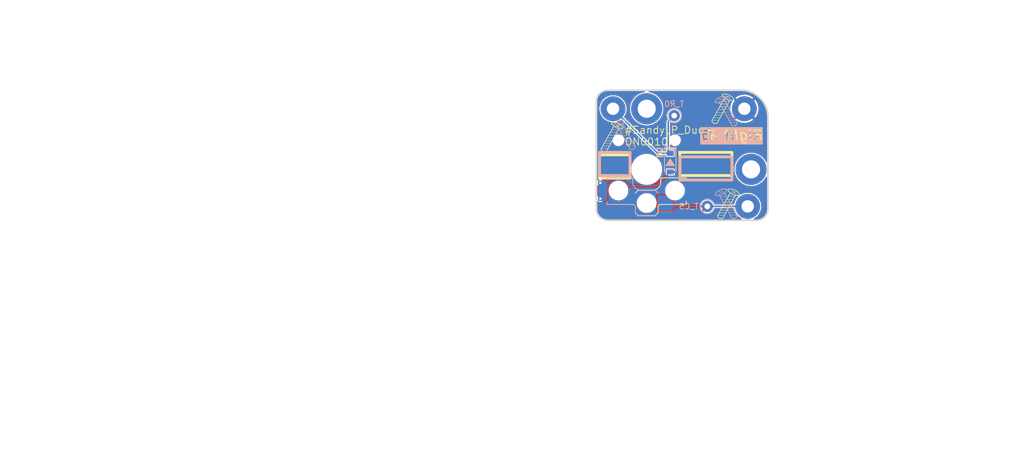
<source format=kicad_pcb>
(kicad_pcb (version 20240108) (generator "pcbnew") (generator_version "8.0")
  (title_block (title "Sandy") (date "2023-01-06") (rev "v.0") (company "@jpskenn"))
  (layers (0 "F.Cu" signal) (31 "B.Cu" signal) (34 "B.Paste" user) (35 "F.Paste" user) (36 "B.SilkS" user "B.Silkscreen") (37 "F.SilkS" user "F.Silkscreen") (38 "B.Mask" user) (39 "F.Mask" user) (44 "Edge.Cuts" user))
  (net 0 "")
  (net 1 "Top_col5")
  (net 2 "GND")
  (net 3 "Top_row0")
  (net 4 "Net-(D1-A)")
  (net 5 "Net-(D2-A)")
  (footprint "locallib:SandyLPD_outline_Top" (layer "F.Cu") (at 157.98031 55.578405)
    (property "Reference" "REF**" (hide yes))
    (property "Value" "60_Outline" (hide yes))
    (fp_line (start -37.475 -2.52504) (end -37.475 -21.51258) (stroke (width 0.3)) (layer "Edge.Cuts"))
    (fp_line (start -35.475 -0.52504) (end -9.14375 -0.52504) (stroke (width 0.3)) (layer "Edge.Cuts"))
    (fp_line (start -11.90625 -23.51258) (end -35.475 -23.51258) (stroke (width 0.3)) (layer "Edge.Cuts"))
    (fp_line (start -7.14375 -2.52504) (end -7.14375 -18.75008) (stroke (width 0.3)) (layer "Edge.Cuts"))
    (fp_arc (start -37.475 -21.51258) (mid -36.889214 -22.926794) (end -35.475 -23.51258) (stroke (width 0.3)) (layer "Edge.Cuts"))
    (fp_arc (start -35.475 -0.52504) (mid -36.889214 -1.110826) (end -37.475 -2.52504) (stroke (width 0.3)) (layer "Edge.Cuts"))
    (fp_arc (start -11.90625 -23.51258) (mid -8.538656 -22.117674) (end -7.14375 -18.75008) (stroke (width 0.3)) (layer "Edge.Cuts"))
    (fp_arc (start -7.14375 -2.52504) (mid -7.729553 -1.110843) (end -9.14375 -0.52504) (stroke (width 0.3)) (layer "Edge.Cuts"))
  )
  (footprint "locallib:ICON_Screw_Long_Medium" (layer "F.Cu") (at 143.225342 55.773449)
    (property "Reference" "REF**")
    (property "Value" "ICON_Screw_Long_Medium")
    (fp_line (start -1.175 -1.6) (end -0.125 -1.6) (stroke (width 0.06)) (layer "F.SilkS"))
    (fp_line (start -0.925 -2.05) (end 0.125 -2.05) (stroke (width 0.06)) (layer "F.SilkS"))
    (fp_line (start -0.675 -2.5) (end 0.375 -2.5) (stroke (width 0.06)) (layer "F.SilkS"))
    (fp_line (start -0.425 -2.95) (end 0.625 -2.95) (stroke (width 0.06)) (layer "F.SilkS"))
    (fp_line (start -0.175 -3.45) (end 0.875 -3.45) (stroke (width 0.06)) (layer "F.SilkS"))
    (fp_line (start 0.125 -3.95) (end 1.175 -3.95) (stroke (width 0.06)) (layer "F.SilkS"))
    (fp_line (start 0.375 -4.45) (end 1.425 -4.45) (stroke (width 0.06)) (layer "F.SilkS"))
    (fp_line (start 0.675 -4.95) (end 1.725 -4.95) (stroke (width 0.06)) (layer "F.SilkS"))
    (fp_line (start 0.95 -5.55) (end -1.3 -1.5) (stroke (width 0.12)) (layer "F.SilkS"))
    (fp_line (start 1.200117 -6.018574) (end 2.000117 -5.318574) (stroke (width 0.06)) (layer "F.SilkS"))
    (fp_line (start 1.85 -5.1) (end -0.35 -1.1) (stroke (width 0.12)) (layer "F.SilkS"))
    (fp_line (start 1.950117 -5.818574) (end 1.200117 -5.568574) (stroke (width 0.06)) (layer "F.SilkS"))
    (fp_arc (start -0.35 -1.1) (mid -0.918136 -1.068963) (end -1.308578 -1.482842) (stroke (width 0.12)) (layer "F.SilkS"))
    (fp_arc (start 0.582958 -5.961016) (mid 0.542323 -6.113993) (end 0.665318 -6.21362) (stroke (width 0.12)) (layer "F.SilkS"))
    (fp_arc (start 0.665318 -6.21362) (mid 1.74926 -6.077071) (end 2.5615 -5.346425) (stroke (width 0.12)) (layer "F.SilkS"))
    (fp_arc (start 2.475824 -5.107131) (mid 1.4 -5.3) (end 0.555319 -5.993622) (stroke (width 0.12)) (layer "F.SilkS"))
    (fp_arc (start 2.557784 -5.343159) (mid 2.58557 -5.201266) (end 2.475824 -5.107132) (stroke (width 0.12)) (layer "F.SilkS"))
  )
  (footprint "locallib:D_SOD-123_Emphasized_Direction_Line" (layer "F.Cu") (at 133.572593 44.862789 -90)
    (property "Reference" "D2" (at -1.785939 1.785939 90) (layer "F.SilkS"))
    (property "Value" "D")
    (fp_line (start -2.35 1) (end 1.65 1) (stroke (width 0.12)) (layer "F.SilkS"))
    (fp_line (start -2.35 -1) (end 1.65 -1) (stroke (width 0.12)) (layer "F.SilkS"))
    (fp_rect (start -2.665 1) (end -2.375 -1) (stroke (width 0.12)) (fill solid) (layer "F.SilkS"))
    (fp_poly (pts (xy 0.508 0.762) (xy -0.635 0) (xy 0.508 -0.762)) (stroke (width 0.12)) (fill solid) (layer "F.SilkS"))
    (pad "1" smd rect (at -1.65 0 270) (size 0.9 1.2) (layers "F.Cu" "F.Paste" "F.Mask") (net 3 "Top_row0"))
    (pad "2" smd rect (at 1.65 0 270) (size 0.9 1.2) (layers "F.Cu" "F.Paste" "F.Mask") (net 5 "Net-(D2-A)"))
  )
  (footprint "locallib:MountingHole_M2_Through-hole_tap_THC-0.8-x-2" (layer "F.Cu") (at 129.405402 35.337781)
    (property "Reference" "H3" (hide yes))
    (property "Value" "MountingHole")
    (pad "1" connect circle (at 0 0) (size 4.4 4.4) (layers "F.Cu" "F.Mask"))
    (pad "1" connect circle (at 0 0) (size 4.4 4.4) (layers "B.Cu" "B.Mask"))
    (pad "1" thru_hole circle (at 0 0) (size 5.5 5.5) (drill 3.2) (layers "*.Cu" "*.Mask"))
  )
  (footprint "locallib:MountingHole_M2_Through-hole_tap_THC-0.8-x-2" (layer "F.Cu") (at 147.860105 46.053415)
    (property "Reference" "H4" (hide yes))
    (property "Value" "MountingHole")
    (pad "1" connect circle (at 0 0) (size 4.4 4.4) (layers "F.Cu" "F.Mask"))
    (pad "1" connect circle (at 0 0) (size 4.4 4.4) (layers "B.Cu" "B.Mask"))
    (pad "1" thru_hole circle (at 0 0) (size 5.5 5.5) (drill 3.2) (layers "*.Cu" "*.Mask"))
  )
  (footprint "locallib:MountingHole_2.2mm_M2_Pad_minimal" (layer "F.Cu") (at 147.264792 52.601858)
    (property "Reference" "H2" (hide yes))
    (property "Value" "MountingHole")
    (pad "1" thru_hole circle (at 0 0) (size 4.4 4.4) (drill 2.2) (layers "*.Cu" "*.Mask") (net 1 "Top_col5"))
  )
  (footprint "locallib:MountingHole_2.2mm_M2_Pad_minimal" (layer "F.Cu") (at 123.452272 35.337781)
    (property "Reference" "H1" (hide yes))
    (property "Value" "MountingHole")
    (pad "1" thru_hole circle (at 0 0) (size 4.4 4.4) (drill 2.2) (layers "*.Cu" "*.Mask") (net 3 "Top_row0"))
  )
  (footprint "locallib:Kailh_socket_ChocV2_small_#2pad_for_Reverse_no_hole" (layer "F.Cu") (at 129.40531 46.053405)
    (property "Reference" "SW_Y1")
    (property "Value" "SW_Push")
    (fp_line (start -7 1.5) (end -7 1.9) (stroke (width 0.15)) (layer "B.SilkS"))
    (fp_line (start -7 5.7) (end -7 6.2) (stroke (width 0.15)) (layer "B.SilkS"))
    (fp_line (start -7 6.2) (end -2.5 6.2) (stroke (width 0.15)) (layer "B.SilkS"))
    (fp_line (start -2.5 1.5) (end -7 1.5) (stroke (width 0.15)) (layer "B.SilkS"))
    (fp_line (start -2.5 2.2) (end -2.5 1.5) (stroke (width 0.15)) (layer "B.SilkS"))
    (fp_line (start -2 6.7) (end -2 7.7) (stroke (width 0.15)) (layer "B.SilkS"))
    (fp_line (start -1.5 8.2) (end -2 7.7) (stroke (width 0.15)) (layer "B.SilkS"))
    (fp_line (start 1.5 3.7) (end -1 3.7) (stroke (width 0.15)) (layer "B.SilkS"))
    (fp_line (start 1.5 8.2) (end -1.5 8.2) (stroke (width 0.15)) (layer "B.SilkS"))
    (fp_line (start 2 4.2) (end 1.5 3.7) (stroke (width 0.15)) (layer "B.SilkS"))
    (fp_line (start 2 7.7) (end 1.5 8.2) (stroke (width 0.15)) (layer "B.SilkS"))
    (fp_arc (start -2.5 6.2) (mid -2.146447 6.346447) (end -2 6.7) (stroke (width 0.15)) (layer "B.SilkS"))
    (fp_arc (start -1 3.7) (mid -2.06066 3.26066) (end -2.5 2.2) (stroke (width 0.15)) (layer "B.SilkS"))
    (pad "" np_thru_hole circle (at -5 3.75) (size 3 3) (drill 3) (layers "*.Cu" "*.Mask"))
    (pad "" np_thru_hole circle (at 5 -5.15) (size 1.6 1.6) (drill 1.6) (layers "F&B.Cu" "*.Mask"))
    (pad "1" smd custom (at 2.8 6.3375) (size 1.65 1.825) (layers "B.Cu" "B.Paste" "B.Mask") (net 1 "Top_col5") (options (clearance outline) (anchor rect)) (primitives (gr_poly (pts (xy -0.825 -1.6875) (xy 0.6 -1.6875) (xy 0.85 -1.3125) (xy 1.325 -0.9625) (xy 1.775 -0.8125) (xy 1.775 0.9125) (xy -0.825 0.9125)) (width 0.12) (fill yes))))
    (pad "2" thru_hole circle (at -8.2 2.4) (size 0.8 0.8) (drill 0.4) (layers "*.Cu" "*.Mask") (net 4 "Net-(D1-A)"))
    (pad "2" thru_hole circle (at -8.2 5.2) (size 0.8 0.8) (drill 0.4) (layers "*.Cu" "*.Mask") (net 4 "Net-(D1-A)"))
    (pad "2" smd rect (at -7.7875 3.8) (size 1.625 3.6) (layers "B.Cu" "B.Paste" "B.Mask") (net 4 "Net-(D1-A)"))
  )
  (footprint "locallib:ICON_Screw_Long_Medium" (layer "F.Cu") (at 122.625342 43.973449)
    (property "Reference" "REF**")
    (property "Value" "ICON_Screw_Long_Medium")
    (fp_line (start -1.175 -1.6) (end -0.125 -1.6) (stroke (width 0.06)) (layer "F.SilkS"))
    (fp_line (start -0.925 -2.05) (end 0.125 -2.05) (stroke (width 0.06)) (layer "F.SilkS"))
    (fp_line (start -0.675 -2.5) (end 0.375 -2.5) (stroke (width 0.06)) (layer "F.SilkS"))
    (fp_line (start -0.425 -2.95) (end 0.625 -2.95) (stroke (width 0.06)) (layer "F.SilkS"))
    (fp_line (start -0.175 -3.45) (end 0.875 -3.45) (stroke (width 0.06)) (layer "F.SilkS"))
    (fp_line (start 0.125 -3.95) (end 1.175 -3.95) (stroke (width 0.06)) (layer "F.SilkS"))
    (fp_line (start 0.375 -4.45) (end 1.425 -4.45) (stroke (width 0.06)) (layer "F.SilkS"))
    (fp_line (start 0.675 -4.95) (end 1.725 -4.95) (stroke (width 0.06)) (layer "F.SilkS"))
    (fp_line (start 0.95 -5.55) (end -1.3 -1.5) (stroke (width 0.12)) (layer "F.SilkS"))
    (fp_line (start 1.200117 -6.018574) (end 2.000117 -5.318574) (stroke (width 0.06)) (layer "F.SilkS"))
    (fp_line (start 1.85 -5.1) (end -0.35 -1.1) (stroke (width 0.12)) (layer "F.SilkS"))
    (fp_line (start 1.950117 -5.818574) (end 1.200117 -5.568574) (stroke (width 0.06)) (layer "F.SilkS"))
    (fp_arc (start -0.35 -1.1) (mid -0.918136 -1.068963) (end -1.308578 -1.482842) (stroke (width 0.12)) (layer "F.SilkS"))
    (fp_arc (start 0.582958 -5.961016) (mid 0.542326 -6.113994) (end 0.665318 -6.21362) (stroke (width 0.12)) (layer "F.SilkS"))
    (fp_arc (start 0.665318 -6.21362) (mid 1.74926 -6.077071) (end 2.5615 -5.346425) (stroke (width 0.12)) (layer "F.SilkS"))
    (fp_arc (start 2.475824 -5.107131) (mid 1.399999 -5.299999) (end 0.555319 -5.993622) (stroke (width 0.12)) (layer "F.SilkS"))
    (fp_arc (start 2.557784 -5.343159) (mid 2.58557 -5.201266) (end 2.475824 -5.107132) (stroke (width 0.12)) (layer "F.SilkS"))
  )
  (footprint "locallib:MountingHole_2.2mm_M2_Pad_minimal" (layer "F.Cu") (at 146.669479 35.337781)
    (property "Reference" "H5" (hide yes))
    (property "Value" "MountingHole")
    (pad "1" thru_hole circle (at 0 0) (size 4.4 4.4) (drill 2.2) (layers "*.Cu" "*.Mask") (net 2 "GND"))
  )
  (footprint "locallib:ICON_Screw_Long_Medium" (layer "F.Cu") (at 142.225342 38.973449)
    (property "Reference" "REF**")
    (property "Value" "ICON_Screw_Long_Medium")
    (fp_line (start -1.175 -1.6) (end -0.125 -1.6) (stroke (width 0.06)) (layer "F.SilkS"))
    (fp_line (start -0.925 -2.05) (end 0.125 -2.05) (stroke (width 0.06)) (layer "F.SilkS"))
    (fp_line (start -0.675 -2.5) (end 0.375 -2.5) (stroke (width 0.06)) (layer "F.SilkS"))
    (fp_line (start -0.425 -2.95) (end 0.625 -2.95) (stroke (width 0.06)) (layer "F.SilkS"))
    (fp_line (start -0.175 -3.45) (end 0.875 -3.45) (stroke (width 0.06)) (layer "F.SilkS"))
    (fp_line (start 0.125 -3.95) (end 1.175 -3.95) (stroke (width 0.06)) (layer "F.SilkS"))
    (fp_line (start 0.375 -4.45) (end 1.425 -4.45) (stroke (width 0.06)) (layer "F.SilkS"))
    (fp_line (start 0.675 -4.95) (end 1.725 -4.95) (stroke (width 0.06)) (layer "F.SilkS"))
    (fp_line (start 0.95 -5.55) (end -1.3 -1.5) (stroke (width 0.12)) (layer "F.SilkS"))
    (fp_line (start 1.200117 -6.018574) (end 2.000117 -5.318574) (stroke (width 0.06)) (layer "F.SilkS"))
    (fp_line (start 1.85 -5.1) (end -0.35 -1.1) (stroke (width 0.12)) (layer "F.SilkS"))
    (fp_line (start 1.950117 -5.818574) (end 1.200117 -5.568574) (stroke (width 0.06)) (layer "F.SilkS"))
    (fp_arc (start -0.35 -1.1) (mid -0.918136 -1.068963) (end -1.308578 -1.482842) (stroke (width 0.12)) (layer "F.SilkS"))
    (fp_arc (start 0.582958 -5.961016) (mid 0.542323 -6.113993) (end 0.665318 -6.21362) (stroke (width 0.12)) (layer "F.SilkS"))
    (fp_arc (start 0.665318 -6.21362) (mid 1.74926 -6.077071) (end 2.5615 -5.346425) (stroke (width 0.12)) (layer "F.SilkS"))
    (fp_arc (start 2.475824 -5.107131) (mid 1.4 -5.3) (end 0.555319 -5.993622) (stroke (width 0.12)) (layer "F.SilkS"))
    (fp_arc (start 2.557784 -5.343159) (mid 2.58557 -5.201266) (end 2.475824 -5.107132) (stroke (width 0.12)) (layer "F.SilkS"))
  )
  (footprint "locallib:Kailh_socket_ChocV2_for_Reverse" (layer "B.Cu") (at 129.40531 46.053405 180)
    (property "Reference" "SW_T1")
    (property "Value" "SW_Push")
    (fp_line (start 1.5 -3.7) (end 2 -4.2) (stroke (width 0.15)) (layer "F.SilkS"))
    (fp_line (start 1.5 -8.2) (end 2 -7.7) (stroke (width 0.15)) (layer "F.SilkS"))
    (fp_line (start -1 -3.7) (end 1.5 -3.7) (stroke (width 0.15)) (layer "F.SilkS"))
    (fp_line (start -1.5 -8.2) (end 1.5 -8.2) (stroke (width 0.15)) (layer "F.SilkS"))
    (fp_line (start -2 -7.7) (end -1.5 -8.2) (stroke (width 0.15)) (layer "F.SilkS"))
    (fp_line (start -2 -7.7) (end -2 -6.7) (stroke (width 0.15)) (layer "F.SilkS"))
    (fp_line (start -2.5 -1.5) (end -2.5 -2.2) (stroke (width 0.15)) (layer "F.SilkS"))
    (fp_line (start -2.5 -6.2) (end -7 -6.2) (stroke (width 0.15)) (layer "F.SilkS"))
    (fp_line (start -7 -1.5) (end -2.5 -1.5) (stroke (width 0.15)) (layer "F.SilkS"))
    (fp_line (start -7 -2) (end -7 -1.5) (stroke (width 0.15)) (layer "F.SilkS"))
    (fp_line (start -7 -6.2) (end -7 -5.6) (stroke (width 0.15)) (layer "F.SilkS"))
    (fp_arc (start -2 -6.7) (mid -2.146447 -6.346447) (end -2.5 -6.2) (stroke (width 0.15)) (layer "F.SilkS"))
    (fp_arc (start -2.5 -2.2) (mid -2.06066 -3.26066) (end -1 -3.7) (stroke (width 0.15)) (layer "F.SilkS"))
    (pad "" np_thru_hole circle (at -5 -3.75 180) (size 3 3) (drill 3) (layers "*.Cu" "*.Mask"))
    (pad "" np_thru_hole circle (at 0 -5.95 180) (size 3 3) (drill 3) (layers "*.Cu" "*.Mask"))
    (pad "" np_thru_hole circle (at 0 0 180) (size 5 5) (drill 5) (layers "*.Cu" "*.Mask"))
    (pad "" np_thru_hole circle (at 5 5.15 180) (size 1.6 1.6) (drill 1.6) (layers "F&B.Cu" "*.Mask"))
    (pad "1" smd custom (at 2.8125 -6.3 180) (size 1.675 1.9) (layers "F.Cu" "F.Paste" "F.Mask") (net 1 "Top_col5") (options (clearance outline) (anchor rect)) (primitives (gr_poly (pts (xy -0.8375 1.65) (xy -0.8375 -0.95) (xy 1.7625 -0.95) (xy 1.7625 0.78) (xy 1.3075 0.93) (xy 0.8375 1.28) (xy 0.5875 1.65)) (width 0.12) (fill yes))))
    (pad "2" smd rect (at -8.275 -3.75 180) (size 2.6 2.6) (layers "F.Cu" "F.Paste" "F.Mask") (net 5 "Net-(D2-A)"))
  )
  (footprint "locallib:ICON_Screw_Long_Medium" (layer "B.Cu") (at 126.110278 43.573449 180)
    (property "Reference" "REF**")
    (property "Value" "ICON_Screw_Long_Medium")
    (fp_line (start 2.000117 5.318574) (end 1.200117 6.018574) (stroke (width 0.06)) (layer "B.SilkS"))
    (fp_line (start 1.725 4.95) (end 0.675 4.95) (stroke (width 0.06)) (layer "B.SilkS"))
    (fp_line (start 1.425 4.45) (end 0.375 4.45) (stroke (width 0.06)) (layer "B.SilkS"))
    (fp_line (start 1.200117 5.568574) (end 1.950117 5.818574) (stroke (width 0.06)) (layer "B.SilkS"))
    (fp_line (start 1.175 3.95) (end 0.125 3.95) (stroke (width 0.06)) (layer "B.SilkS"))
    (fp_line (start 0.875 3.45) (end -0.175 3.45) (stroke (width 0.06)) (layer "B.SilkS"))
    (fp_line (start 0.625 2.95) (end -0.425 2.95) (stroke (width 0.06)) (layer "B.SilkS"))
    (fp_line (start 0.375 2.5) (end -0.675 2.5) (stroke (width 0.06)) (layer "B.SilkS"))
    (fp_line (start 0.125 2.05) (end -0.925 2.05) (stroke (width 0.06)) (layer "B.SilkS"))
    (fp_line (start -0.125 1.6) (end -1.175 1.6) (stroke (width 0.06)) (layer "B.SilkS"))
    (fp_line (start -0.35 1.1) (end 1.85 5.1) (stroke (width 0.12)) (layer "B.SilkS"))
    (fp_line (start -1.3 1.5) (end 0.95 5.55) (stroke (width 0.12)) (layer "B.SilkS"))
    (fp_arc (start 2.5615 5.346425) (mid 1.74926 6.077071) (end 0.665318 6.21362) (stroke (width 0.12)) (layer "B.SilkS"))
    (fp_arc (start 2.475824 5.107132) (mid 2.585568 5.201267) (end 2.557784 5.343159) (stroke (width 0.12)) (layer "B.SilkS"))
    (fp_arc (start 0.665318 6.21362) (mid 0.542323 6.113993) (end 0.582958 5.961016) (stroke (width 0.12)) (layer "B.SilkS"))
    (fp_arc (start 0.555319 5.993622) (mid 1.399999 5.299999) (end 2.475824 5.107131) (stroke (width 0.12)) (layer "B.SilkS"))
    (fp_arc (start -1.308578 1.482842) (mid -0.918136 1.068963) (end -0.35 1.1) (stroke (width 0.12)) (layer "B.SilkS"))
  )
  (footprint "locallib:ICON_Screw_Long_Medium" (layer "B.Cu") (at 144.110278 39.373449 180)
    (property "Reference" "REF**")
    (property "Value" "ICON_Screw_Long_Medium")
    (fp_line (start 2.000117 5.318574) (end 1.200117 6.018574) (stroke (width 0.06)) (layer "B.SilkS"))
    (fp_line (start 1.725 4.95) (end 0.675 4.95) (stroke (width 0.06)) (layer "B.SilkS"))
    (fp_line (start 1.425 4.45) (end 0.375 4.45) (stroke (width 0.06)) (layer "B.SilkS"))
    (fp_line (start 1.200117 5.568574) (end 1.950117 5.818574) (stroke (width 0.06)) (layer "B.SilkS"))
    (fp_line (start 1.175 3.95) (end 0.125 3.95) (stroke (width 0.06)) (layer "B.SilkS"))
    (fp_line (start 0.875 3.45) (end -0.175 3.45) (stroke (width 0.06)) (layer "B.SilkS"))
    (fp_line (start 0.625 2.95) (end -0.425 2.95) (stroke (width 0.06)) (layer "B.SilkS"))
    (fp_line (start 0.375 2.5) (end -0.675 2.5) (stroke (width 0.06)) (layer "B.SilkS"))
    (fp_line (start 0.125 2.05) (end -0.925 2.05) (stroke (width 0.06)) (layer "B.SilkS"))
    (fp_line (start -0.125 1.6) (end -1.175 1.6) (stroke (width 0.06)) (layer "B.SilkS"))
    (fp_line (start -0.35 1.1) (end 1.85 5.1) (stroke (width 0.12)) (layer "B.SilkS"))
    (fp_line (start -1.3 1.5) (end 0.95 5.55) (stroke (width 0.12)) (layer "B.SilkS"))
    (fp_arc (start 2.5615 5.346425) (mid 1.74926 6.077071) (end 0.665318 6.21362) (stroke (width 0.12)) (layer "B.SilkS"))
    (fp_arc (start 2.475824 5.107132) (mid 2.585568 5.201267) (end 2.557784 5.343159) (stroke (width 0.12)) (layer "B.SilkS"))
    (fp_arc (start 0.665318 6.21362) (mid 0.542323 6.113993) (end 0.582958 5.961016) (stroke (width 0.12)) (layer "B.SilkS"))
    (fp_arc (start 0.555319 5.993622) (mid 1.4 5.300002) (end 2.475824 5.107131) (stroke (width 0.12)) (layer "B.SilkS"))
    (fp_arc (start -1.308578 1.482842) (mid -0.918136 1.068963) (end -0.35 1.1) (stroke (width 0.12)) (layer "B.SilkS"))
  )
  (footprint "locallib:D_SOD-123_Emphasized_Direction_Line" (layer "B.Cu") (at 133.572593 44.862789 -90)
    (property "Reference" "D1" (at -1.785939 1.785939 90) (layer "B.SilkS") (effects (justify mirror)))
    (property "Value" "D")
    (fp_line (start 1.65 1) (end -2.35 1) (stroke (width 0.12)) (layer "B.SilkS"))
    (fp_line (start 1.65 -1) (end -2.35 -1) (stroke (width 0.12)) (layer "B.SilkS"))
    (fp_rect (start -2.665 -1) (end -2.375 1) (stroke (width 0.12)) (fill solid) (layer "B.SilkS"))
    (fp_poly (pts (xy 0.508 -0.762) (xy -0.635 0) (xy 0.508 0.762)) (stroke (width 0.12)) (fill solid) (layer "B.SilkS"))
    (pad "1" smd rect (at -1.65 0 270) (size 0.9 1.2) (layers "B.Cu" "B.Paste" "B.Mask") (net 3 "Top_row0"))
    (pad "2" smd rect (at 1.65 0 270) (size 0.9 1.2) (layers "B.Cu" "B.Paste" "B.Mask") (net 4 "Net-(D1-A)"))
  )
  (footprint "locallib:TestPoint_THTPad_D2.0mm_Drill1.0mm" (layer "B.Cu") (at 134.26781 36.547155 180)
    (property "Reference" "T_R0" (at 0 2.070305 360) (layer "B.SilkS") (effects (justify mirror)))
    (property "Value" "Conn_01x01")
    (fp_circle (center 0 0) (end 0 -1.3) (stroke (width 0.12)) (fill none) (layer "B.SilkS"))
    (pad "1" thru_hole circle (at 0 0 180) (size 2 2) (drill 1) (layers "*.Cu" "*.Mask") (net 3 "Top_row0"))
  )
  (footprint "locallib:TestPoint_THTPad_D2.0mm_Drill1.0mm" (layer "B.Cu") (at 140.121036 52.601858 180)
    (property "Reference" "T_C5" (at 3.253226 0 0) (layer "B.SilkS") (effects (justify mirror)))
    (property "Value" "Conn_01x01")
    (fp_circle (center 0 0) (end 0 -1.3) (stroke (width 0.12)) (fill none) (layer "B.SilkS"))
    (pad "1" thru_hole circle (at 0 0 180) (size 2 2) (drill 1) (layers "*.Cu" "*.Mask") (net 1 "Top_col5"))
  )
  (footprint "locallib:ICON_Screw_Long_Medium" (layer "B.Cu") (at 144.110278 55.773449 180)
    (property "Reference" "REF**")
    (property "Value" "ICON_Screw_Long_Medium")
    (fp_line (start 2.000117 5.318574) (end 1.200117 6.018574) (stroke (width 0.06)) (layer "B.SilkS"))
    (fp_line (start 1.725 4.95) (end 0.675 4.95) (stroke (width 0.06)) (layer "B.SilkS"))
    (fp_line (start 1.425 4.45) (end 0.375 4.45) (stroke (width 0.06)) (layer "B.SilkS"))
    (fp_line (start 1.200117 5.568574) (end 1.950117 5.818574) (stroke (width 0.06)) (layer "B.SilkS"))
    (fp_line (start 1.175 3.95) (end 0.125 3.95) (stroke (width 0.06)) (layer "B.SilkS"))
    (fp_line (start 0.875 3.45) (end -0.175 3.45) (stroke (width 0.06)) (layer "B.SilkS"))
    (fp_line (start 0.625 2.95) (end -0.425 2.95) (stroke (width 0.06)) (layer "B.SilkS"))
    (fp_line (start 0.375 2.5) (end -0.675 2.5) (stroke (width 0.06)) (layer "B.SilkS"))
    (fp_line (start 0.125 2.05) (end -0.925 2.05) (stroke (width 0.06)) (layer "B.SilkS"))
    (fp_line (start -0.125 1.6) (end -1.175 1.6) (stroke (width 0.06)) (layer "B.SilkS"))
    (fp_line (start -0.35 1.1) (end 1.85 5.1) (stroke (width 0.12)) (layer "B.SilkS"))
    (fp_line (start -1.3 1.5) (end 0.95 5.55) (stroke (width 0.12)) (layer "B.SilkS"))
    (fp_arc (start 2.5615 5.346425) (mid 1.74926 6.077071) (end 0.665318 6.21362) (stroke (width 0.12)) (layer "B.SilkS"))
    (fp_arc (start 2.475824 5.107132) (mid 2.585568 5.201267) (end 2.557784 5.343159) (stroke (width 0.12)) (layer "B.SilkS"))
    (fp_arc (start 0.665318 6.21362) (mid 0.542323 6.113993) (end 0.582958 5.961016) (stroke (width 0.12)) (layer "B.SilkS"))
    (fp_arc (start 0.555319 5.993622) (mid 1.399999 5.299999) (end 2.475824 5.107131) (stroke (width 0.12)) (layer "B.SilkS"))
    (fp_arc (start -1.308578 1.482842) (mid -0.918136 1.068963) (end -0.35 1.1) (stroke (width 0.12)) (layer "B.SilkS"))
  )
  (gr_rect (start 135.26781 43.847155) (end 144.46781 47.947155) (stroke (width 0.5)) (fill none) (layer "B.SilkS"))
  (gr_rect (start 121.06781 43.047155) (end 126.46781 47.147155) (stroke (width 0.5)) (fill none) (layer "B.SilkS"))
  (gr_rect (start 135.26781 43.047155) (end 144.46781 47.147155) (stroke (width 0.5)) (fill none) (layer "F.SilkS"))
  (gr_rect (start 121.06781 43.497155) (end 126.46781 47.597155) (stroke (width 0.5)) (fill none) (layer "F.SilkS"))
  (gr_text "Right 右" (at 144.56781 39.947155 0) (layer "B.SilkS" knockout) (effects (font (size 1.8 1.8) (thickness 0.2) (italic yes)) (justify mirror)))
  (gr_text "Left　左" (at 144.86781 40.347155 0) (layer "F.SilkS" knockout) (effects (font (size 1.8 1.8) (thickness 0.2) (italic yes))))
  (gr_text "#SandyLP_Duo\nDN0010" (at 125.46781 40.147155 -0) (layer "F.SilkS") (effects (font (size 1.3 1.3)) (justify left)))
  (segment (start 140.121036 52.601858) (end 138.844489 53.878405) (width 0.25) (layer "F.Cu") (net 1))
  (segment (start 147.264792 52.601858) (end 140.121036 52.601858) (width 0.25) (layer "F.Cu") (net 1))
  (segment (start 138.844489 53.878405) (end 128.11781 53.878405) (width 0.25) (layer "F.Cu") (net 1))
  (segment (start 128.11781 53.878405) (end 126.59281 52.353405) (width 0.25) (layer "F.Cu") (net 1))
  (segment (start 132.416263 52.601858) (end 140.121036 52.601858) (width 0.25) (layer "B.Cu") (net 1))
  (segment (start 132.20531 52.390905) (end 132.416263 52.601858) (width 0.25) (layer "B.Cu") (net 1))
  (segment (start 147.264792 52.601858) (end 140.121036 52.601858) (width 0.25) (layer "B.Cu") (net 1))
  (segment (start 123.452272 35.337781) (end 131.32728 43.212789) (width 0.25) (layer "F.Cu") (net 3))
  (segment (start 131.32728 43.212789) (end 133.572593 43.212789) (width 0.25) (layer "F.Cu") (net 3))
  (segment (start 134.26781 36.547155) (end 133.23031 37.584655) (width 0.25) (layer "F.Cu") (net 3))
  (segment (start 133.23031 42.870506) (end 133.572593 43.212789) (width 0.25) (layer "F.Cu") (net 3))
  (segment (start 133.23031 37.584655) (end 133.23031 42.870506) (width 0.25) (layer "F.Cu") (net 3))
  (segment (start 133.23031 37.584655) (end 133.23031 42.870506) (width 0.25) (layer "B.Cu") (net 3))
  (segment (start 134.26781 36.547155) (end 133.23031 37.584655) (width 0.25) (layer "B.Cu") (net 3))
  (segment (start 133.23031 42.870506) (end 133.572593 43.212789) (width 0.25) (layer "B.Cu") (net 3))
  (segment (start 123.452272 35.337781) (end 131.32728 43.212789) (width 0.25) (layer "B.Cu") (net 3))
  (segment (start 131.32728 43.212789) (end 133.572593 43.212789) (width 0.25) (layer "B.Cu") (net 3))
  (segment (start 131.156977 48.928405) (end 126.18196 48.928405) (width 0.25) (layer "B.Cu") (net 4))
  (segment (start 126.18196 48.928405) (end 125.15071 47.897155) (width 0.25) (layer "B.Cu") (net 4))
  (segment (start 125.15071 47.897155) (end 123.57406 47.897155) (width 0.25) (layer "B.Cu") (net 4))
  (segment (start 133.572593 46.512789) (end 131.156977 48.928405) (width 0.25) (layer "B.Cu") (net 4))
  (segment (start 123.57406 47.897155) (end 121.61781 49.853405) (width 0.25) (layer "B.Cu") (net 4))
  (segment (start 134.389694 46.512789) (end 137.68031 49.803405) (width 0.25) (layer "F.Cu") (net 5))
  (segment (start 133.572593 46.512789) (end 134.389694 46.512789) (width 0.25) (layer "F.Cu") (net 5))
  (zone (net 2) (net_name "GND") (layers "F&B.Cu") (connect_pads (clearance 0.2)) (min_thickness 0.2) (fill yes (thermal_gap 0.3) (thermal_bridge_width 0.5))
    (polygon (pts (xy 165.12406 96.059655) (xy 117.49906 96.059655) (xy 117.49906 17.478405) (xy 165.12406 17.478405)))
  )
)
</source>
